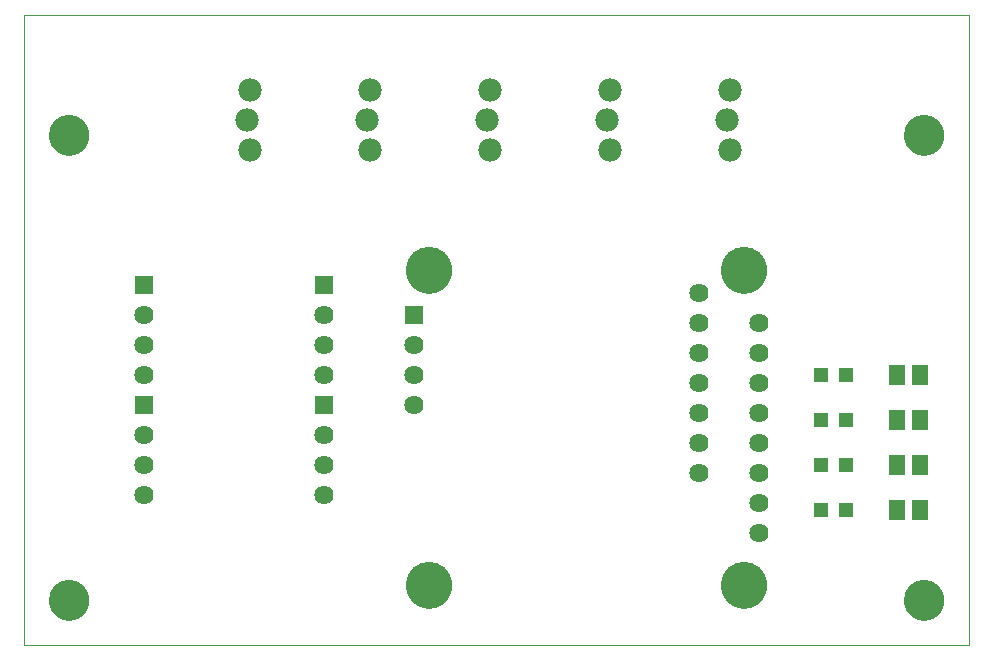
<source format=gts>
G75*
%MOIN*%
%OFA0B0*%
%FSLAX25Y25*%
%IPPOS*%
%LPD*%
%AMOC8*
5,1,8,0,0,1.08239X$1,22.5*
%
%ADD10C,0.00000*%
%ADD11C,0.15400*%
%ADD12R,0.06400X0.06400*%
%ADD13C,0.06400*%
%ADD14R,0.05124X0.05124*%
%ADD15R,0.05518X0.06699*%
%ADD16C,0.07800*%
%ADD17C,0.13400*%
D10*
X0003333Y0040000D02*
X0003333Y0250000D01*
X0318333Y0250000D01*
X0318333Y0040000D01*
X0003333Y0040000D01*
X0011833Y0055000D02*
X0011835Y0055161D01*
X0011841Y0055321D01*
X0011851Y0055482D01*
X0011865Y0055642D01*
X0011883Y0055802D01*
X0011904Y0055961D01*
X0011930Y0056120D01*
X0011960Y0056278D01*
X0011993Y0056435D01*
X0012031Y0056592D01*
X0012072Y0056747D01*
X0012117Y0056901D01*
X0012166Y0057054D01*
X0012219Y0057206D01*
X0012275Y0057357D01*
X0012336Y0057506D01*
X0012399Y0057654D01*
X0012467Y0057800D01*
X0012538Y0057944D01*
X0012612Y0058086D01*
X0012690Y0058227D01*
X0012772Y0058365D01*
X0012857Y0058502D01*
X0012945Y0058636D01*
X0013037Y0058768D01*
X0013132Y0058898D01*
X0013230Y0059026D01*
X0013331Y0059151D01*
X0013435Y0059273D01*
X0013542Y0059393D01*
X0013652Y0059510D01*
X0013765Y0059625D01*
X0013881Y0059736D01*
X0014000Y0059845D01*
X0014121Y0059950D01*
X0014245Y0060053D01*
X0014371Y0060153D01*
X0014499Y0060249D01*
X0014630Y0060342D01*
X0014764Y0060432D01*
X0014899Y0060519D01*
X0015037Y0060602D01*
X0015176Y0060682D01*
X0015318Y0060758D01*
X0015461Y0060831D01*
X0015606Y0060900D01*
X0015753Y0060966D01*
X0015901Y0061028D01*
X0016051Y0061086D01*
X0016202Y0061141D01*
X0016355Y0061192D01*
X0016509Y0061239D01*
X0016664Y0061282D01*
X0016820Y0061321D01*
X0016976Y0061357D01*
X0017134Y0061388D01*
X0017292Y0061416D01*
X0017451Y0061440D01*
X0017611Y0061460D01*
X0017771Y0061476D01*
X0017931Y0061488D01*
X0018092Y0061496D01*
X0018253Y0061500D01*
X0018413Y0061500D01*
X0018574Y0061496D01*
X0018735Y0061488D01*
X0018895Y0061476D01*
X0019055Y0061460D01*
X0019215Y0061440D01*
X0019374Y0061416D01*
X0019532Y0061388D01*
X0019690Y0061357D01*
X0019846Y0061321D01*
X0020002Y0061282D01*
X0020157Y0061239D01*
X0020311Y0061192D01*
X0020464Y0061141D01*
X0020615Y0061086D01*
X0020765Y0061028D01*
X0020913Y0060966D01*
X0021060Y0060900D01*
X0021205Y0060831D01*
X0021348Y0060758D01*
X0021490Y0060682D01*
X0021629Y0060602D01*
X0021767Y0060519D01*
X0021902Y0060432D01*
X0022036Y0060342D01*
X0022167Y0060249D01*
X0022295Y0060153D01*
X0022421Y0060053D01*
X0022545Y0059950D01*
X0022666Y0059845D01*
X0022785Y0059736D01*
X0022901Y0059625D01*
X0023014Y0059510D01*
X0023124Y0059393D01*
X0023231Y0059273D01*
X0023335Y0059151D01*
X0023436Y0059026D01*
X0023534Y0058898D01*
X0023629Y0058768D01*
X0023721Y0058636D01*
X0023809Y0058502D01*
X0023894Y0058365D01*
X0023976Y0058227D01*
X0024054Y0058086D01*
X0024128Y0057944D01*
X0024199Y0057800D01*
X0024267Y0057654D01*
X0024330Y0057506D01*
X0024391Y0057357D01*
X0024447Y0057206D01*
X0024500Y0057054D01*
X0024549Y0056901D01*
X0024594Y0056747D01*
X0024635Y0056592D01*
X0024673Y0056435D01*
X0024706Y0056278D01*
X0024736Y0056120D01*
X0024762Y0055961D01*
X0024783Y0055802D01*
X0024801Y0055642D01*
X0024815Y0055482D01*
X0024825Y0055321D01*
X0024831Y0055161D01*
X0024833Y0055000D01*
X0024831Y0054839D01*
X0024825Y0054679D01*
X0024815Y0054518D01*
X0024801Y0054358D01*
X0024783Y0054198D01*
X0024762Y0054039D01*
X0024736Y0053880D01*
X0024706Y0053722D01*
X0024673Y0053565D01*
X0024635Y0053408D01*
X0024594Y0053253D01*
X0024549Y0053099D01*
X0024500Y0052946D01*
X0024447Y0052794D01*
X0024391Y0052643D01*
X0024330Y0052494D01*
X0024267Y0052346D01*
X0024199Y0052200D01*
X0024128Y0052056D01*
X0024054Y0051914D01*
X0023976Y0051773D01*
X0023894Y0051635D01*
X0023809Y0051498D01*
X0023721Y0051364D01*
X0023629Y0051232D01*
X0023534Y0051102D01*
X0023436Y0050974D01*
X0023335Y0050849D01*
X0023231Y0050727D01*
X0023124Y0050607D01*
X0023014Y0050490D01*
X0022901Y0050375D01*
X0022785Y0050264D01*
X0022666Y0050155D01*
X0022545Y0050050D01*
X0022421Y0049947D01*
X0022295Y0049847D01*
X0022167Y0049751D01*
X0022036Y0049658D01*
X0021902Y0049568D01*
X0021767Y0049481D01*
X0021629Y0049398D01*
X0021490Y0049318D01*
X0021348Y0049242D01*
X0021205Y0049169D01*
X0021060Y0049100D01*
X0020913Y0049034D01*
X0020765Y0048972D01*
X0020615Y0048914D01*
X0020464Y0048859D01*
X0020311Y0048808D01*
X0020157Y0048761D01*
X0020002Y0048718D01*
X0019846Y0048679D01*
X0019690Y0048643D01*
X0019532Y0048612D01*
X0019374Y0048584D01*
X0019215Y0048560D01*
X0019055Y0048540D01*
X0018895Y0048524D01*
X0018735Y0048512D01*
X0018574Y0048504D01*
X0018413Y0048500D01*
X0018253Y0048500D01*
X0018092Y0048504D01*
X0017931Y0048512D01*
X0017771Y0048524D01*
X0017611Y0048540D01*
X0017451Y0048560D01*
X0017292Y0048584D01*
X0017134Y0048612D01*
X0016976Y0048643D01*
X0016820Y0048679D01*
X0016664Y0048718D01*
X0016509Y0048761D01*
X0016355Y0048808D01*
X0016202Y0048859D01*
X0016051Y0048914D01*
X0015901Y0048972D01*
X0015753Y0049034D01*
X0015606Y0049100D01*
X0015461Y0049169D01*
X0015318Y0049242D01*
X0015176Y0049318D01*
X0015037Y0049398D01*
X0014899Y0049481D01*
X0014764Y0049568D01*
X0014630Y0049658D01*
X0014499Y0049751D01*
X0014371Y0049847D01*
X0014245Y0049947D01*
X0014121Y0050050D01*
X0014000Y0050155D01*
X0013881Y0050264D01*
X0013765Y0050375D01*
X0013652Y0050490D01*
X0013542Y0050607D01*
X0013435Y0050727D01*
X0013331Y0050849D01*
X0013230Y0050974D01*
X0013132Y0051102D01*
X0013037Y0051232D01*
X0012945Y0051364D01*
X0012857Y0051498D01*
X0012772Y0051635D01*
X0012690Y0051773D01*
X0012612Y0051914D01*
X0012538Y0052056D01*
X0012467Y0052200D01*
X0012399Y0052346D01*
X0012336Y0052494D01*
X0012275Y0052643D01*
X0012219Y0052794D01*
X0012166Y0052946D01*
X0012117Y0053099D01*
X0012072Y0053253D01*
X0012031Y0053408D01*
X0011993Y0053565D01*
X0011960Y0053722D01*
X0011930Y0053880D01*
X0011904Y0054039D01*
X0011883Y0054198D01*
X0011865Y0054358D01*
X0011851Y0054518D01*
X0011841Y0054679D01*
X0011835Y0054839D01*
X0011833Y0055000D01*
X0130833Y0060000D02*
X0130835Y0060184D01*
X0130842Y0060368D01*
X0130853Y0060552D01*
X0130869Y0060735D01*
X0130889Y0060918D01*
X0130914Y0061100D01*
X0130943Y0061282D01*
X0130977Y0061463D01*
X0131015Y0061643D01*
X0131058Y0061822D01*
X0131105Y0062000D01*
X0131156Y0062177D01*
X0131212Y0062353D01*
X0131271Y0062527D01*
X0131336Y0062699D01*
X0131404Y0062870D01*
X0131476Y0063039D01*
X0131553Y0063207D01*
X0131634Y0063372D01*
X0131719Y0063535D01*
X0131807Y0063697D01*
X0131900Y0063856D01*
X0131997Y0064012D01*
X0132097Y0064167D01*
X0132201Y0064319D01*
X0132309Y0064468D01*
X0132420Y0064614D01*
X0132535Y0064758D01*
X0132654Y0064899D01*
X0132776Y0065037D01*
X0132901Y0065172D01*
X0133030Y0065303D01*
X0133161Y0065432D01*
X0133296Y0065557D01*
X0133434Y0065679D01*
X0133575Y0065798D01*
X0133719Y0065913D01*
X0133865Y0066024D01*
X0134014Y0066132D01*
X0134166Y0066236D01*
X0134321Y0066336D01*
X0134477Y0066433D01*
X0134636Y0066526D01*
X0134798Y0066614D01*
X0134961Y0066699D01*
X0135126Y0066780D01*
X0135294Y0066857D01*
X0135463Y0066929D01*
X0135634Y0066997D01*
X0135806Y0067062D01*
X0135980Y0067121D01*
X0136156Y0067177D01*
X0136333Y0067228D01*
X0136511Y0067275D01*
X0136690Y0067318D01*
X0136870Y0067356D01*
X0137051Y0067390D01*
X0137233Y0067419D01*
X0137415Y0067444D01*
X0137598Y0067464D01*
X0137781Y0067480D01*
X0137965Y0067491D01*
X0138149Y0067498D01*
X0138333Y0067500D01*
X0138517Y0067498D01*
X0138701Y0067491D01*
X0138885Y0067480D01*
X0139068Y0067464D01*
X0139251Y0067444D01*
X0139433Y0067419D01*
X0139615Y0067390D01*
X0139796Y0067356D01*
X0139976Y0067318D01*
X0140155Y0067275D01*
X0140333Y0067228D01*
X0140510Y0067177D01*
X0140686Y0067121D01*
X0140860Y0067062D01*
X0141032Y0066997D01*
X0141203Y0066929D01*
X0141372Y0066857D01*
X0141540Y0066780D01*
X0141705Y0066699D01*
X0141868Y0066614D01*
X0142030Y0066526D01*
X0142189Y0066433D01*
X0142345Y0066336D01*
X0142500Y0066236D01*
X0142652Y0066132D01*
X0142801Y0066024D01*
X0142947Y0065913D01*
X0143091Y0065798D01*
X0143232Y0065679D01*
X0143370Y0065557D01*
X0143505Y0065432D01*
X0143636Y0065303D01*
X0143765Y0065172D01*
X0143890Y0065037D01*
X0144012Y0064899D01*
X0144131Y0064758D01*
X0144246Y0064614D01*
X0144357Y0064468D01*
X0144465Y0064319D01*
X0144569Y0064167D01*
X0144669Y0064012D01*
X0144766Y0063856D01*
X0144859Y0063697D01*
X0144947Y0063535D01*
X0145032Y0063372D01*
X0145113Y0063207D01*
X0145190Y0063039D01*
X0145262Y0062870D01*
X0145330Y0062699D01*
X0145395Y0062527D01*
X0145454Y0062353D01*
X0145510Y0062177D01*
X0145561Y0062000D01*
X0145608Y0061822D01*
X0145651Y0061643D01*
X0145689Y0061463D01*
X0145723Y0061282D01*
X0145752Y0061100D01*
X0145777Y0060918D01*
X0145797Y0060735D01*
X0145813Y0060552D01*
X0145824Y0060368D01*
X0145831Y0060184D01*
X0145833Y0060000D01*
X0145831Y0059816D01*
X0145824Y0059632D01*
X0145813Y0059448D01*
X0145797Y0059265D01*
X0145777Y0059082D01*
X0145752Y0058900D01*
X0145723Y0058718D01*
X0145689Y0058537D01*
X0145651Y0058357D01*
X0145608Y0058178D01*
X0145561Y0058000D01*
X0145510Y0057823D01*
X0145454Y0057647D01*
X0145395Y0057473D01*
X0145330Y0057301D01*
X0145262Y0057130D01*
X0145190Y0056961D01*
X0145113Y0056793D01*
X0145032Y0056628D01*
X0144947Y0056465D01*
X0144859Y0056303D01*
X0144766Y0056144D01*
X0144669Y0055988D01*
X0144569Y0055833D01*
X0144465Y0055681D01*
X0144357Y0055532D01*
X0144246Y0055386D01*
X0144131Y0055242D01*
X0144012Y0055101D01*
X0143890Y0054963D01*
X0143765Y0054828D01*
X0143636Y0054697D01*
X0143505Y0054568D01*
X0143370Y0054443D01*
X0143232Y0054321D01*
X0143091Y0054202D01*
X0142947Y0054087D01*
X0142801Y0053976D01*
X0142652Y0053868D01*
X0142500Y0053764D01*
X0142345Y0053664D01*
X0142189Y0053567D01*
X0142030Y0053474D01*
X0141868Y0053386D01*
X0141705Y0053301D01*
X0141540Y0053220D01*
X0141372Y0053143D01*
X0141203Y0053071D01*
X0141032Y0053003D01*
X0140860Y0052938D01*
X0140686Y0052879D01*
X0140510Y0052823D01*
X0140333Y0052772D01*
X0140155Y0052725D01*
X0139976Y0052682D01*
X0139796Y0052644D01*
X0139615Y0052610D01*
X0139433Y0052581D01*
X0139251Y0052556D01*
X0139068Y0052536D01*
X0138885Y0052520D01*
X0138701Y0052509D01*
X0138517Y0052502D01*
X0138333Y0052500D01*
X0138149Y0052502D01*
X0137965Y0052509D01*
X0137781Y0052520D01*
X0137598Y0052536D01*
X0137415Y0052556D01*
X0137233Y0052581D01*
X0137051Y0052610D01*
X0136870Y0052644D01*
X0136690Y0052682D01*
X0136511Y0052725D01*
X0136333Y0052772D01*
X0136156Y0052823D01*
X0135980Y0052879D01*
X0135806Y0052938D01*
X0135634Y0053003D01*
X0135463Y0053071D01*
X0135294Y0053143D01*
X0135126Y0053220D01*
X0134961Y0053301D01*
X0134798Y0053386D01*
X0134636Y0053474D01*
X0134477Y0053567D01*
X0134321Y0053664D01*
X0134166Y0053764D01*
X0134014Y0053868D01*
X0133865Y0053976D01*
X0133719Y0054087D01*
X0133575Y0054202D01*
X0133434Y0054321D01*
X0133296Y0054443D01*
X0133161Y0054568D01*
X0133030Y0054697D01*
X0132901Y0054828D01*
X0132776Y0054963D01*
X0132654Y0055101D01*
X0132535Y0055242D01*
X0132420Y0055386D01*
X0132309Y0055532D01*
X0132201Y0055681D01*
X0132097Y0055833D01*
X0131997Y0055988D01*
X0131900Y0056144D01*
X0131807Y0056303D01*
X0131719Y0056465D01*
X0131634Y0056628D01*
X0131553Y0056793D01*
X0131476Y0056961D01*
X0131404Y0057130D01*
X0131336Y0057301D01*
X0131271Y0057473D01*
X0131212Y0057647D01*
X0131156Y0057823D01*
X0131105Y0058000D01*
X0131058Y0058178D01*
X0131015Y0058357D01*
X0130977Y0058537D01*
X0130943Y0058718D01*
X0130914Y0058900D01*
X0130889Y0059082D01*
X0130869Y0059265D01*
X0130853Y0059448D01*
X0130842Y0059632D01*
X0130835Y0059816D01*
X0130833Y0060000D01*
X0235833Y0060000D02*
X0235835Y0060184D01*
X0235842Y0060368D01*
X0235853Y0060552D01*
X0235869Y0060735D01*
X0235889Y0060918D01*
X0235914Y0061100D01*
X0235943Y0061282D01*
X0235977Y0061463D01*
X0236015Y0061643D01*
X0236058Y0061822D01*
X0236105Y0062000D01*
X0236156Y0062177D01*
X0236212Y0062353D01*
X0236271Y0062527D01*
X0236336Y0062699D01*
X0236404Y0062870D01*
X0236476Y0063039D01*
X0236553Y0063207D01*
X0236634Y0063372D01*
X0236719Y0063535D01*
X0236807Y0063697D01*
X0236900Y0063856D01*
X0236997Y0064012D01*
X0237097Y0064167D01*
X0237201Y0064319D01*
X0237309Y0064468D01*
X0237420Y0064614D01*
X0237535Y0064758D01*
X0237654Y0064899D01*
X0237776Y0065037D01*
X0237901Y0065172D01*
X0238030Y0065303D01*
X0238161Y0065432D01*
X0238296Y0065557D01*
X0238434Y0065679D01*
X0238575Y0065798D01*
X0238719Y0065913D01*
X0238865Y0066024D01*
X0239014Y0066132D01*
X0239166Y0066236D01*
X0239321Y0066336D01*
X0239477Y0066433D01*
X0239636Y0066526D01*
X0239798Y0066614D01*
X0239961Y0066699D01*
X0240126Y0066780D01*
X0240294Y0066857D01*
X0240463Y0066929D01*
X0240634Y0066997D01*
X0240806Y0067062D01*
X0240980Y0067121D01*
X0241156Y0067177D01*
X0241333Y0067228D01*
X0241511Y0067275D01*
X0241690Y0067318D01*
X0241870Y0067356D01*
X0242051Y0067390D01*
X0242233Y0067419D01*
X0242415Y0067444D01*
X0242598Y0067464D01*
X0242781Y0067480D01*
X0242965Y0067491D01*
X0243149Y0067498D01*
X0243333Y0067500D01*
X0243517Y0067498D01*
X0243701Y0067491D01*
X0243885Y0067480D01*
X0244068Y0067464D01*
X0244251Y0067444D01*
X0244433Y0067419D01*
X0244615Y0067390D01*
X0244796Y0067356D01*
X0244976Y0067318D01*
X0245155Y0067275D01*
X0245333Y0067228D01*
X0245510Y0067177D01*
X0245686Y0067121D01*
X0245860Y0067062D01*
X0246032Y0066997D01*
X0246203Y0066929D01*
X0246372Y0066857D01*
X0246540Y0066780D01*
X0246705Y0066699D01*
X0246868Y0066614D01*
X0247030Y0066526D01*
X0247189Y0066433D01*
X0247345Y0066336D01*
X0247500Y0066236D01*
X0247652Y0066132D01*
X0247801Y0066024D01*
X0247947Y0065913D01*
X0248091Y0065798D01*
X0248232Y0065679D01*
X0248370Y0065557D01*
X0248505Y0065432D01*
X0248636Y0065303D01*
X0248765Y0065172D01*
X0248890Y0065037D01*
X0249012Y0064899D01*
X0249131Y0064758D01*
X0249246Y0064614D01*
X0249357Y0064468D01*
X0249465Y0064319D01*
X0249569Y0064167D01*
X0249669Y0064012D01*
X0249766Y0063856D01*
X0249859Y0063697D01*
X0249947Y0063535D01*
X0250032Y0063372D01*
X0250113Y0063207D01*
X0250190Y0063039D01*
X0250262Y0062870D01*
X0250330Y0062699D01*
X0250395Y0062527D01*
X0250454Y0062353D01*
X0250510Y0062177D01*
X0250561Y0062000D01*
X0250608Y0061822D01*
X0250651Y0061643D01*
X0250689Y0061463D01*
X0250723Y0061282D01*
X0250752Y0061100D01*
X0250777Y0060918D01*
X0250797Y0060735D01*
X0250813Y0060552D01*
X0250824Y0060368D01*
X0250831Y0060184D01*
X0250833Y0060000D01*
X0250831Y0059816D01*
X0250824Y0059632D01*
X0250813Y0059448D01*
X0250797Y0059265D01*
X0250777Y0059082D01*
X0250752Y0058900D01*
X0250723Y0058718D01*
X0250689Y0058537D01*
X0250651Y0058357D01*
X0250608Y0058178D01*
X0250561Y0058000D01*
X0250510Y0057823D01*
X0250454Y0057647D01*
X0250395Y0057473D01*
X0250330Y0057301D01*
X0250262Y0057130D01*
X0250190Y0056961D01*
X0250113Y0056793D01*
X0250032Y0056628D01*
X0249947Y0056465D01*
X0249859Y0056303D01*
X0249766Y0056144D01*
X0249669Y0055988D01*
X0249569Y0055833D01*
X0249465Y0055681D01*
X0249357Y0055532D01*
X0249246Y0055386D01*
X0249131Y0055242D01*
X0249012Y0055101D01*
X0248890Y0054963D01*
X0248765Y0054828D01*
X0248636Y0054697D01*
X0248505Y0054568D01*
X0248370Y0054443D01*
X0248232Y0054321D01*
X0248091Y0054202D01*
X0247947Y0054087D01*
X0247801Y0053976D01*
X0247652Y0053868D01*
X0247500Y0053764D01*
X0247345Y0053664D01*
X0247189Y0053567D01*
X0247030Y0053474D01*
X0246868Y0053386D01*
X0246705Y0053301D01*
X0246540Y0053220D01*
X0246372Y0053143D01*
X0246203Y0053071D01*
X0246032Y0053003D01*
X0245860Y0052938D01*
X0245686Y0052879D01*
X0245510Y0052823D01*
X0245333Y0052772D01*
X0245155Y0052725D01*
X0244976Y0052682D01*
X0244796Y0052644D01*
X0244615Y0052610D01*
X0244433Y0052581D01*
X0244251Y0052556D01*
X0244068Y0052536D01*
X0243885Y0052520D01*
X0243701Y0052509D01*
X0243517Y0052502D01*
X0243333Y0052500D01*
X0243149Y0052502D01*
X0242965Y0052509D01*
X0242781Y0052520D01*
X0242598Y0052536D01*
X0242415Y0052556D01*
X0242233Y0052581D01*
X0242051Y0052610D01*
X0241870Y0052644D01*
X0241690Y0052682D01*
X0241511Y0052725D01*
X0241333Y0052772D01*
X0241156Y0052823D01*
X0240980Y0052879D01*
X0240806Y0052938D01*
X0240634Y0053003D01*
X0240463Y0053071D01*
X0240294Y0053143D01*
X0240126Y0053220D01*
X0239961Y0053301D01*
X0239798Y0053386D01*
X0239636Y0053474D01*
X0239477Y0053567D01*
X0239321Y0053664D01*
X0239166Y0053764D01*
X0239014Y0053868D01*
X0238865Y0053976D01*
X0238719Y0054087D01*
X0238575Y0054202D01*
X0238434Y0054321D01*
X0238296Y0054443D01*
X0238161Y0054568D01*
X0238030Y0054697D01*
X0237901Y0054828D01*
X0237776Y0054963D01*
X0237654Y0055101D01*
X0237535Y0055242D01*
X0237420Y0055386D01*
X0237309Y0055532D01*
X0237201Y0055681D01*
X0237097Y0055833D01*
X0236997Y0055988D01*
X0236900Y0056144D01*
X0236807Y0056303D01*
X0236719Y0056465D01*
X0236634Y0056628D01*
X0236553Y0056793D01*
X0236476Y0056961D01*
X0236404Y0057130D01*
X0236336Y0057301D01*
X0236271Y0057473D01*
X0236212Y0057647D01*
X0236156Y0057823D01*
X0236105Y0058000D01*
X0236058Y0058178D01*
X0236015Y0058357D01*
X0235977Y0058537D01*
X0235943Y0058718D01*
X0235914Y0058900D01*
X0235889Y0059082D01*
X0235869Y0059265D01*
X0235853Y0059448D01*
X0235842Y0059632D01*
X0235835Y0059816D01*
X0235833Y0060000D01*
X0296833Y0055000D02*
X0296835Y0055161D01*
X0296841Y0055321D01*
X0296851Y0055482D01*
X0296865Y0055642D01*
X0296883Y0055802D01*
X0296904Y0055961D01*
X0296930Y0056120D01*
X0296960Y0056278D01*
X0296993Y0056435D01*
X0297031Y0056592D01*
X0297072Y0056747D01*
X0297117Y0056901D01*
X0297166Y0057054D01*
X0297219Y0057206D01*
X0297275Y0057357D01*
X0297336Y0057506D01*
X0297399Y0057654D01*
X0297467Y0057800D01*
X0297538Y0057944D01*
X0297612Y0058086D01*
X0297690Y0058227D01*
X0297772Y0058365D01*
X0297857Y0058502D01*
X0297945Y0058636D01*
X0298037Y0058768D01*
X0298132Y0058898D01*
X0298230Y0059026D01*
X0298331Y0059151D01*
X0298435Y0059273D01*
X0298542Y0059393D01*
X0298652Y0059510D01*
X0298765Y0059625D01*
X0298881Y0059736D01*
X0299000Y0059845D01*
X0299121Y0059950D01*
X0299245Y0060053D01*
X0299371Y0060153D01*
X0299499Y0060249D01*
X0299630Y0060342D01*
X0299764Y0060432D01*
X0299899Y0060519D01*
X0300037Y0060602D01*
X0300176Y0060682D01*
X0300318Y0060758D01*
X0300461Y0060831D01*
X0300606Y0060900D01*
X0300753Y0060966D01*
X0300901Y0061028D01*
X0301051Y0061086D01*
X0301202Y0061141D01*
X0301355Y0061192D01*
X0301509Y0061239D01*
X0301664Y0061282D01*
X0301820Y0061321D01*
X0301976Y0061357D01*
X0302134Y0061388D01*
X0302292Y0061416D01*
X0302451Y0061440D01*
X0302611Y0061460D01*
X0302771Y0061476D01*
X0302931Y0061488D01*
X0303092Y0061496D01*
X0303253Y0061500D01*
X0303413Y0061500D01*
X0303574Y0061496D01*
X0303735Y0061488D01*
X0303895Y0061476D01*
X0304055Y0061460D01*
X0304215Y0061440D01*
X0304374Y0061416D01*
X0304532Y0061388D01*
X0304690Y0061357D01*
X0304846Y0061321D01*
X0305002Y0061282D01*
X0305157Y0061239D01*
X0305311Y0061192D01*
X0305464Y0061141D01*
X0305615Y0061086D01*
X0305765Y0061028D01*
X0305913Y0060966D01*
X0306060Y0060900D01*
X0306205Y0060831D01*
X0306348Y0060758D01*
X0306490Y0060682D01*
X0306629Y0060602D01*
X0306767Y0060519D01*
X0306902Y0060432D01*
X0307036Y0060342D01*
X0307167Y0060249D01*
X0307295Y0060153D01*
X0307421Y0060053D01*
X0307545Y0059950D01*
X0307666Y0059845D01*
X0307785Y0059736D01*
X0307901Y0059625D01*
X0308014Y0059510D01*
X0308124Y0059393D01*
X0308231Y0059273D01*
X0308335Y0059151D01*
X0308436Y0059026D01*
X0308534Y0058898D01*
X0308629Y0058768D01*
X0308721Y0058636D01*
X0308809Y0058502D01*
X0308894Y0058365D01*
X0308976Y0058227D01*
X0309054Y0058086D01*
X0309128Y0057944D01*
X0309199Y0057800D01*
X0309267Y0057654D01*
X0309330Y0057506D01*
X0309391Y0057357D01*
X0309447Y0057206D01*
X0309500Y0057054D01*
X0309549Y0056901D01*
X0309594Y0056747D01*
X0309635Y0056592D01*
X0309673Y0056435D01*
X0309706Y0056278D01*
X0309736Y0056120D01*
X0309762Y0055961D01*
X0309783Y0055802D01*
X0309801Y0055642D01*
X0309815Y0055482D01*
X0309825Y0055321D01*
X0309831Y0055161D01*
X0309833Y0055000D01*
X0309831Y0054839D01*
X0309825Y0054679D01*
X0309815Y0054518D01*
X0309801Y0054358D01*
X0309783Y0054198D01*
X0309762Y0054039D01*
X0309736Y0053880D01*
X0309706Y0053722D01*
X0309673Y0053565D01*
X0309635Y0053408D01*
X0309594Y0053253D01*
X0309549Y0053099D01*
X0309500Y0052946D01*
X0309447Y0052794D01*
X0309391Y0052643D01*
X0309330Y0052494D01*
X0309267Y0052346D01*
X0309199Y0052200D01*
X0309128Y0052056D01*
X0309054Y0051914D01*
X0308976Y0051773D01*
X0308894Y0051635D01*
X0308809Y0051498D01*
X0308721Y0051364D01*
X0308629Y0051232D01*
X0308534Y0051102D01*
X0308436Y0050974D01*
X0308335Y0050849D01*
X0308231Y0050727D01*
X0308124Y0050607D01*
X0308014Y0050490D01*
X0307901Y0050375D01*
X0307785Y0050264D01*
X0307666Y0050155D01*
X0307545Y0050050D01*
X0307421Y0049947D01*
X0307295Y0049847D01*
X0307167Y0049751D01*
X0307036Y0049658D01*
X0306902Y0049568D01*
X0306767Y0049481D01*
X0306629Y0049398D01*
X0306490Y0049318D01*
X0306348Y0049242D01*
X0306205Y0049169D01*
X0306060Y0049100D01*
X0305913Y0049034D01*
X0305765Y0048972D01*
X0305615Y0048914D01*
X0305464Y0048859D01*
X0305311Y0048808D01*
X0305157Y0048761D01*
X0305002Y0048718D01*
X0304846Y0048679D01*
X0304690Y0048643D01*
X0304532Y0048612D01*
X0304374Y0048584D01*
X0304215Y0048560D01*
X0304055Y0048540D01*
X0303895Y0048524D01*
X0303735Y0048512D01*
X0303574Y0048504D01*
X0303413Y0048500D01*
X0303253Y0048500D01*
X0303092Y0048504D01*
X0302931Y0048512D01*
X0302771Y0048524D01*
X0302611Y0048540D01*
X0302451Y0048560D01*
X0302292Y0048584D01*
X0302134Y0048612D01*
X0301976Y0048643D01*
X0301820Y0048679D01*
X0301664Y0048718D01*
X0301509Y0048761D01*
X0301355Y0048808D01*
X0301202Y0048859D01*
X0301051Y0048914D01*
X0300901Y0048972D01*
X0300753Y0049034D01*
X0300606Y0049100D01*
X0300461Y0049169D01*
X0300318Y0049242D01*
X0300176Y0049318D01*
X0300037Y0049398D01*
X0299899Y0049481D01*
X0299764Y0049568D01*
X0299630Y0049658D01*
X0299499Y0049751D01*
X0299371Y0049847D01*
X0299245Y0049947D01*
X0299121Y0050050D01*
X0299000Y0050155D01*
X0298881Y0050264D01*
X0298765Y0050375D01*
X0298652Y0050490D01*
X0298542Y0050607D01*
X0298435Y0050727D01*
X0298331Y0050849D01*
X0298230Y0050974D01*
X0298132Y0051102D01*
X0298037Y0051232D01*
X0297945Y0051364D01*
X0297857Y0051498D01*
X0297772Y0051635D01*
X0297690Y0051773D01*
X0297612Y0051914D01*
X0297538Y0052056D01*
X0297467Y0052200D01*
X0297399Y0052346D01*
X0297336Y0052494D01*
X0297275Y0052643D01*
X0297219Y0052794D01*
X0297166Y0052946D01*
X0297117Y0053099D01*
X0297072Y0053253D01*
X0297031Y0053408D01*
X0296993Y0053565D01*
X0296960Y0053722D01*
X0296930Y0053880D01*
X0296904Y0054039D01*
X0296883Y0054198D01*
X0296865Y0054358D01*
X0296851Y0054518D01*
X0296841Y0054679D01*
X0296835Y0054839D01*
X0296833Y0055000D01*
X0235833Y0165000D02*
X0235835Y0165184D01*
X0235842Y0165368D01*
X0235853Y0165552D01*
X0235869Y0165735D01*
X0235889Y0165918D01*
X0235914Y0166100D01*
X0235943Y0166282D01*
X0235977Y0166463D01*
X0236015Y0166643D01*
X0236058Y0166822D01*
X0236105Y0167000D01*
X0236156Y0167177D01*
X0236212Y0167353D01*
X0236271Y0167527D01*
X0236336Y0167699D01*
X0236404Y0167870D01*
X0236476Y0168039D01*
X0236553Y0168207D01*
X0236634Y0168372D01*
X0236719Y0168535D01*
X0236807Y0168697D01*
X0236900Y0168856D01*
X0236997Y0169012D01*
X0237097Y0169167D01*
X0237201Y0169319D01*
X0237309Y0169468D01*
X0237420Y0169614D01*
X0237535Y0169758D01*
X0237654Y0169899D01*
X0237776Y0170037D01*
X0237901Y0170172D01*
X0238030Y0170303D01*
X0238161Y0170432D01*
X0238296Y0170557D01*
X0238434Y0170679D01*
X0238575Y0170798D01*
X0238719Y0170913D01*
X0238865Y0171024D01*
X0239014Y0171132D01*
X0239166Y0171236D01*
X0239321Y0171336D01*
X0239477Y0171433D01*
X0239636Y0171526D01*
X0239798Y0171614D01*
X0239961Y0171699D01*
X0240126Y0171780D01*
X0240294Y0171857D01*
X0240463Y0171929D01*
X0240634Y0171997D01*
X0240806Y0172062D01*
X0240980Y0172121D01*
X0241156Y0172177D01*
X0241333Y0172228D01*
X0241511Y0172275D01*
X0241690Y0172318D01*
X0241870Y0172356D01*
X0242051Y0172390D01*
X0242233Y0172419D01*
X0242415Y0172444D01*
X0242598Y0172464D01*
X0242781Y0172480D01*
X0242965Y0172491D01*
X0243149Y0172498D01*
X0243333Y0172500D01*
X0243517Y0172498D01*
X0243701Y0172491D01*
X0243885Y0172480D01*
X0244068Y0172464D01*
X0244251Y0172444D01*
X0244433Y0172419D01*
X0244615Y0172390D01*
X0244796Y0172356D01*
X0244976Y0172318D01*
X0245155Y0172275D01*
X0245333Y0172228D01*
X0245510Y0172177D01*
X0245686Y0172121D01*
X0245860Y0172062D01*
X0246032Y0171997D01*
X0246203Y0171929D01*
X0246372Y0171857D01*
X0246540Y0171780D01*
X0246705Y0171699D01*
X0246868Y0171614D01*
X0247030Y0171526D01*
X0247189Y0171433D01*
X0247345Y0171336D01*
X0247500Y0171236D01*
X0247652Y0171132D01*
X0247801Y0171024D01*
X0247947Y0170913D01*
X0248091Y0170798D01*
X0248232Y0170679D01*
X0248370Y0170557D01*
X0248505Y0170432D01*
X0248636Y0170303D01*
X0248765Y0170172D01*
X0248890Y0170037D01*
X0249012Y0169899D01*
X0249131Y0169758D01*
X0249246Y0169614D01*
X0249357Y0169468D01*
X0249465Y0169319D01*
X0249569Y0169167D01*
X0249669Y0169012D01*
X0249766Y0168856D01*
X0249859Y0168697D01*
X0249947Y0168535D01*
X0250032Y0168372D01*
X0250113Y0168207D01*
X0250190Y0168039D01*
X0250262Y0167870D01*
X0250330Y0167699D01*
X0250395Y0167527D01*
X0250454Y0167353D01*
X0250510Y0167177D01*
X0250561Y0167000D01*
X0250608Y0166822D01*
X0250651Y0166643D01*
X0250689Y0166463D01*
X0250723Y0166282D01*
X0250752Y0166100D01*
X0250777Y0165918D01*
X0250797Y0165735D01*
X0250813Y0165552D01*
X0250824Y0165368D01*
X0250831Y0165184D01*
X0250833Y0165000D01*
X0250831Y0164816D01*
X0250824Y0164632D01*
X0250813Y0164448D01*
X0250797Y0164265D01*
X0250777Y0164082D01*
X0250752Y0163900D01*
X0250723Y0163718D01*
X0250689Y0163537D01*
X0250651Y0163357D01*
X0250608Y0163178D01*
X0250561Y0163000D01*
X0250510Y0162823D01*
X0250454Y0162647D01*
X0250395Y0162473D01*
X0250330Y0162301D01*
X0250262Y0162130D01*
X0250190Y0161961D01*
X0250113Y0161793D01*
X0250032Y0161628D01*
X0249947Y0161465D01*
X0249859Y0161303D01*
X0249766Y0161144D01*
X0249669Y0160988D01*
X0249569Y0160833D01*
X0249465Y0160681D01*
X0249357Y0160532D01*
X0249246Y0160386D01*
X0249131Y0160242D01*
X0249012Y0160101D01*
X0248890Y0159963D01*
X0248765Y0159828D01*
X0248636Y0159697D01*
X0248505Y0159568D01*
X0248370Y0159443D01*
X0248232Y0159321D01*
X0248091Y0159202D01*
X0247947Y0159087D01*
X0247801Y0158976D01*
X0247652Y0158868D01*
X0247500Y0158764D01*
X0247345Y0158664D01*
X0247189Y0158567D01*
X0247030Y0158474D01*
X0246868Y0158386D01*
X0246705Y0158301D01*
X0246540Y0158220D01*
X0246372Y0158143D01*
X0246203Y0158071D01*
X0246032Y0158003D01*
X0245860Y0157938D01*
X0245686Y0157879D01*
X0245510Y0157823D01*
X0245333Y0157772D01*
X0245155Y0157725D01*
X0244976Y0157682D01*
X0244796Y0157644D01*
X0244615Y0157610D01*
X0244433Y0157581D01*
X0244251Y0157556D01*
X0244068Y0157536D01*
X0243885Y0157520D01*
X0243701Y0157509D01*
X0243517Y0157502D01*
X0243333Y0157500D01*
X0243149Y0157502D01*
X0242965Y0157509D01*
X0242781Y0157520D01*
X0242598Y0157536D01*
X0242415Y0157556D01*
X0242233Y0157581D01*
X0242051Y0157610D01*
X0241870Y0157644D01*
X0241690Y0157682D01*
X0241511Y0157725D01*
X0241333Y0157772D01*
X0241156Y0157823D01*
X0240980Y0157879D01*
X0240806Y0157938D01*
X0240634Y0158003D01*
X0240463Y0158071D01*
X0240294Y0158143D01*
X0240126Y0158220D01*
X0239961Y0158301D01*
X0239798Y0158386D01*
X0239636Y0158474D01*
X0239477Y0158567D01*
X0239321Y0158664D01*
X0239166Y0158764D01*
X0239014Y0158868D01*
X0238865Y0158976D01*
X0238719Y0159087D01*
X0238575Y0159202D01*
X0238434Y0159321D01*
X0238296Y0159443D01*
X0238161Y0159568D01*
X0238030Y0159697D01*
X0237901Y0159828D01*
X0237776Y0159963D01*
X0237654Y0160101D01*
X0237535Y0160242D01*
X0237420Y0160386D01*
X0237309Y0160532D01*
X0237201Y0160681D01*
X0237097Y0160833D01*
X0236997Y0160988D01*
X0236900Y0161144D01*
X0236807Y0161303D01*
X0236719Y0161465D01*
X0236634Y0161628D01*
X0236553Y0161793D01*
X0236476Y0161961D01*
X0236404Y0162130D01*
X0236336Y0162301D01*
X0236271Y0162473D01*
X0236212Y0162647D01*
X0236156Y0162823D01*
X0236105Y0163000D01*
X0236058Y0163178D01*
X0236015Y0163357D01*
X0235977Y0163537D01*
X0235943Y0163718D01*
X0235914Y0163900D01*
X0235889Y0164082D01*
X0235869Y0164265D01*
X0235853Y0164448D01*
X0235842Y0164632D01*
X0235835Y0164816D01*
X0235833Y0165000D01*
X0296833Y0210000D02*
X0296835Y0210161D01*
X0296841Y0210321D01*
X0296851Y0210482D01*
X0296865Y0210642D01*
X0296883Y0210802D01*
X0296904Y0210961D01*
X0296930Y0211120D01*
X0296960Y0211278D01*
X0296993Y0211435D01*
X0297031Y0211592D01*
X0297072Y0211747D01*
X0297117Y0211901D01*
X0297166Y0212054D01*
X0297219Y0212206D01*
X0297275Y0212357D01*
X0297336Y0212506D01*
X0297399Y0212654D01*
X0297467Y0212800D01*
X0297538Y0212944D01*
X0297612Y0213086D01*
X0297690Y0213227D01*
X0297772Y0213365D01*
X0297857Y0213502D01*
X0297945Y0213636D01*
X0298037Y0213768D01*
X0298132Y0213898D01*
X0298230Y0214026D01*
X0298331Y0214151D01*
X0298435Y0214273D01*
X0298542Y0214393D01*
X0298652Y0214510D01*
X0298765Y0214625D01*
X0298881Y0214736D01*
X0299000Y0214845D01*
X0299121Y0214950D01*
X0299245Y0215053D01*
X0299371Y0215153D01*
X0299499Y0215249D01*
X0299630Y0215342D01*
X0299764Y0215432D01*
X0299899Y0215519D01*
X0300037Y0215602D01*
X0300176Y0215682D01*
X0300318Y0215758D01*
X0300461Y0215831D01*
X0300606Y0215900D01*
X0300753Y0215966D01*
X0300901Y0216028D01*
X0301051Y0216086D01*
X0301202Y0216141D01*
X0301355Y0216192D01*
X0301509Y0216239D01*
X0301664Y0216282D01*
X0301820Y0216321D01*
X0301976Y0216357D01*
X0302134Y0216388D01*
X0302292Y0216416D01*
X0302451Y0216440D01*
X0302611Y0216460D01*
X0302771Y0216476D01*
X0302931Y0216488D01*
X0303092Y0216496D01*
X0303253Y0216500D01*
X0303413Y0216500D01*
X0303574Y0216496D01*
X0303735Y0216488D01*
X0303895Y0216476D01*
X0304055Y0216460D01*
X0304215Y0216440D01*
X0304374Y0216416D01*
X0304532Y0216388D01*
X0304690Y0216357D01*
X0304846Y0216321D01*
X0305002Y0216282D01*
X0305157Y0216239D01*
X0305311Y0216192D01*
X0305464Y0216141D01*
X0305615Y0216086D01*
X0305765Y0216028D01*
X0305913Y0215966D01*
X0306060Y0215900D01*
X0306205Y0215831D01*
X0306348Y0215758D01*
X0306490Y0215682D01*
X0306629Y0215602D01*
X0306767Y0215519D01*
X0306902Y0215432D01*
X0307036Y0215342D01*
X0307167Y0215249D01*
X0307295Y0215153D01*
X0307421Y0215053D01*
X0307545Y0214950D01*
X0307666Y0214845D01*
X0307785Y0214736D01*
X0307901Y0214625D01*
X0308014Y0214510D01*
X0308124Y0214393D01*
X0308231Y0214273D01*
X0308335Y0214151D01*
X0308436Y0214026D01*
X0308534Y0213898D01*
X0308629Y0213768D01*
X0308721Y0213636D01*
X0308809Y0213502D01*
X0308894Y0213365D01*
X0308976Y0213227D01*
X0309054Y0213086D01*
X0309128Y0212944D01*
X0309199Y0212800D01*
X0309267Y0212654D01*
X0309330Y0212506D01*
X0309391Y0212357D01*
X0309447Y0212206D01*
X0309500Y0212054D01*
X0309549Y0211901D01*
X0309594Y0211747D01*
X0309635Y0211592D01*
X0309673Y0211435D01*
X0309706Y0211278D01*
X0309736Y0211120D01*
X0309762Y0210961D01*
X0309783Y0210802D01*
X0309801Y0210642D01*
X0309815Y0210482D01*
X0309825Y0210321D01*
X0309831Y0210161D01*
X0309833Y0210000D01*
X0309831Y0209839D01*
X0309825Y0209679D01*
X0309815Y0209518D01*
X0309801Y0209358D01*
X0309783Y0209198D01*
X0309762Y0209039D01*
X0309736Y0208880D01*
X0309706Y0208722D01*
X0309673Y0208565D01*
X0309635Y0208408D01*
X0309594Y0208253D01*
X0309549Y0208099D01*
X0309500Y0207946D01*
X0309447Y0207794D01*
X0309391Y0207643D01*
X0309330Y0207494D01*
X0309267Y0207346D01*
X0309199Y0207200D01*
X0309128Y0207056D01*
X0309054Y0206914D01*
X0308976Y0206773D01*
X0308894Y0206635D01*
X0308809Y0206498D01*
X0308721Y0206364D01*
X0308629Y0206232D01*
X0308534Y0206102D01*
X0308436Y0205974D01*
X0308335Y0205849D01*
X0308231Y0205727D01*
X0308124Y0205607D01*
X0308014Y0205490D01*
X0307901Y0205375D01*
X0307785Y0205264D01*
X0307666Y0205155D01*
X0307545Y0205050D01*
X0307421Y0204947D01*
X0307295Y0204847D01*
X0307167Y0204751D01*
X0307036Y0204658D01*
X0306902Y0204568D01*
X0306767Y0204481D01*
X0306629Y0204398D01*
X0306490Y0204318D01*
X0306348Y0204242D01*
X0306205Y0204169D01*
X0306060Y0204100D01*
X0305913Y0204034D01*
X0305765Y0203972D01*
X0305615Y0203914D01*
X0305464Y0203859D01*
X0305311Y0203808D01*
X0305157Y0203761D01*
X0305002Y0203718D01*
X0304846Y0203679D01*
X0304690Y0203643D01*
X0304532Y0203612D01*
X0304374Y0203584D01*
X0304215Y0203560D01*
X0304055Y0203540D01*
X0303895Y0203524D01*
X0303735Y0203512D01*
X0303574Y0203504D01*
X0303413Y0203500D01*
X0303253Y0203500D01*
X0303092Y0203504D01*
X0302931Y0203512D01*
X0302771Y0203524D01*
X0302611Y0203540D01*
X0302451Y0203560D01*
X0302292Y0203584D01*
X0302134Y0203612D01*
X0301976Y0203643D01*
X0301820Y0203679D01*
X0301664Y0203718D01*
X0301509Y0203761D01*
X0301355Y0203808D01*
X0301202Y0203859D01*
X0301051Y0203914D01*
X0300901Y0203972D01*
X0300753Y0204034D01*
X0300606Y0204100D01*
X0300461Y0204169D01*
X0300318Y0204242D01*
X0300176Y0204318D01*
X0300037Y0204398D01*
X0299899Y0204481D01*
X0299764Y0204568D01*
X0299630Y0204658D01*
X0299499Y0204751D01*
X0299371Y0204847D01*
X0299245Y0204947D01*
X0299121Y0205050D01*
X0299000Y0205155D01*
X0298881Y0205264D01*
X0298765Y0205375D01*
X0298652Y0205490D01*
X0298542Y0205607D01*
X0298435Y0205727D01*
X0298331Y0205849D01*
X0298230Y0205974D01*
X0298132Y0206102D01*
X0298037Y0206232D01*
X0297945Y0206364D01*
X0297857Y0206498D01*
X0297772Y0206635D01*
X0297690Y0206773D01*
X0297612Y0206914D01*
X0297538Y0207056D01*
X0297467Y0207200D01*
X0297399Y0207346D01*
X0297336Y0207494D01*
X0297275Y0207643D01*
X0297219Y0207794D01*
X0297166Y0207946D01*
X0297117Y0208099D01*
X0297072Y0208253D01*
X0297031Y0208408D01*
X0296993Y0208565D01*
X0296960Y0208722D01*
X0296930Y0208880D01*
X0296904Y0209039D01*
X0296883Y0209198D01*
X0296865Y0209358D01*
X0296851Y0209518D01*
X0296841Y0209679D01*
X0296835Y0209839D01*
X0296833Y0210000D01*
X0130833Y0165000D02*
X0130835Y0165184D01*
X0130842Y0165368D01*
X0130853Y0165552D01*
X0130869Y0165735D01*
X0130889Y0165918D01*
X0130914Y0166100D01*
X0130943Y0166282D01*
X0130977Y0166463D01*
X0131015Y0166643D01*
X0131058Y0166822D01*
X0131105Y0167000D01*
X0131156Y0167177D01*
X0131212Y0167353D01*
X0131271Y0167527D01*
X0131336Y0167699D01*
X0131404Y0167870D01*
X0131476Y0168039D01*
X0131553Y0168207D01*
X0131634Y0168372D01*
X0131719Y0168535D01*
X0131807Y0168697D01*
X0131900Y0168856D01*
X0131997Y0169012D01*
X0132097Y0169167D01*
X0132201Y0169319D01*
X0132309Y0169468D01*
X0132420Y0169614D01*
X0132535Y0169758D01*
X0132654Y0169899D01*
X0132776Y0170037D01*
X0132901Y0170172D01*
X0133030Y0170303D01*
X0133161Y0170432D01*
X0133296Y0170557D01*
X0133434Y0170679D01*
X0133575Y0170798D01*
X0133719Y0170913D01*
X0133865Y0171024D01*
X0134014Y0171132D01*
X0134166Y0171236D01*
X0134321Y0171336D01*
X0134477Y0171433D01*
X0134636Y0171526D01*
X0134798Y0171614D01*
X0134961Y0171699D01*
X0135126Y0171780D01*
X0135294Y0171857D01*
X0135463Y0171929D01*
X0135634Y0171997D01*
X0135806Y0172062D01*
X0135980Y0172121D01*
X0136156Y0172177D01*
X0136333Y0172228D01*
X0136511Y0172275D01*
X0136690Y0172318D01*
X0136870Y0172356D01*
X0137051Y0172390D01*
X0137233Y0172419D01*
X0137415Y0172444D01*
X0137598Y0172464D01*
X0137781Y0172480D01*
X0137965Y0172491D01*
X0138149Y0172498D01*
X0138333Y0172500D01*
X0138517Y0172498D01*
X0138701Y0172491D01*
X0138885Y0172480D01*
X0139068Y0172464D01*
X0139251Y0172444D01*
X0139433Y0172419D01*
X0139615Y0172390D01*
X0139796Y0172356D01*
X0139976Y0172318D01*
X0140155Y0172275D01*
X0140333Y0172228D01*
X0140510Y0172177D01*
X0140686Y0172121D01*
X0140860Y0172062D01*
X0141032Y0171997D01*
X0141203Y0171929D01*
X0141372Y0171857D01*
X0141540Y0171780D01*
X0141705Y0171699D01*
X0141868Y0171614D01*
X0142030Y0171526D01*
X0142189Y0171433D01*
X0142345Y0171336D01*
X0142500Y0171236D01*
X0142652Y0171132D01*
X0142801Y0171024D01*
X0142947Y0170913D01*
X0143091Y0170798D01*
X0143232Y0170679D01*
X0143370Y0170557D01*
X0143505Y0170432D01*
X0143636Y0170303D01*
X0143765Y0170172D01*
X0143890Y0170037D01*
X0144012Y0169899D01*
X0144131Y0169758D01*
X0144246Y0169614D01*
X0144357Y0169468D01*
X0144465Y0169319D01*
X0144569Y0169167D01*
X0144669Y0169012D01*
X0144766Y0168856D01*
X0144859Y0168697D01*
X0144947Y0168535D01*
X0145032Y0168372D01*
X0145113Y0168207D01*
X0145190Y0168039D01*
X0145262Y0167870D01*
X0145330Y0167699D01*
X0145395Y0167527D01*
X0145454Y0167353D01*
X0145510Y0167177D01*
X0145561Y0167000D01*
X0145608Y0166822D01*
X0145651Y0166643D01*
X0145689Y0166463D01*
X0145723Y0166282D01*
X0145752Y0166100D01*
X0145777Y0165918D01*
X0145797Y0165735D01*
X0145813Y0165552D01*
X0145824Y0165368D01*
X0145831Y0165184D01*
X0145833Y0165000D01*
X0145831Y0164816D01*
X0145824Y0164632D01*
X0145813Y0164448D01*
X0145797Y0164265D01*
X0145777Y0164082D01*
X0145752Y0163900D01*
X0145723Y0163718D01*
X0145689Y0163537D01*
X0145651Y0163357D01*
X0145608Y0163178D01*
X0145561Y0163000D01*
X0145510Y0162823D01*
X0145454Y0162647D01*
X0145395Y0162473D01*
X0145330Y0162301D01*
X0145262Y0162130D01*
X0145190Y0161961D01*
X0145113Y0161793D01*
X0145032Y0161628D01*
X0144947Y0161465D01*
X0144859Y0161303D01*
X0144766Y0161144D01*
X0144669Y0160988D01*
X0144569Y0160833D01*
X0144465Y0160681D01*
X0144357Y0160532D01*
X0144246Y0160386D01*
X0144131Y0160242D01*
X0144012Y0160101D01*
X0143890Y0159963D01*
X0143765Y0159828D01*
X0143636Y0159697D01*
X0143505Y0159568D01*
X0143370Y0159443D01*
X0143232Y0159321D01*
X0143091Y0159202D01*
X0142947Y0159087D01*
X0142801Y0158976D01*
X0142652Y0158868D01*
X0142500Y0158764D01*
X0142345Y0158664D01*
X0142189Y0158567D01*
X0142030Y0158474D01*
X0141868Y0158386D01*
X0141705Y0158301D01*
X0141540Y0158220D01*
X0141372Y0158143D01*
X0141203Y0158071D01*
X0141032Y0158003D01*
X0140860Y0157938D01*
X0140686Y0157879D01*
X0140510Y0157823D01*
X0140333Y0157772D01*
X0140155Y0157725D01*
X0139976Y0157682D01*
X0139796Y0157644D01*
X0139615Y0157610D01*
X0139433Y0157581D01*
X0139251Y0157556D01*
X0139068Y0157536D01*
X0138885Y0157520D01*
X0138701Y0157509D01*
X0138517Y0157502D01*
X0138333Y0157500D01*
X0138149Y0157502D01*
X0137965Y0157509D01*
X0137781Y0157520D01*
X0137598Y0157536D01*
X0137415Y0157556D01*
X0137233Y0157581D01*
X0137051Y0157610D01*
X0136870Y0157644D01*
X0136690Y0157682D01*
X0136511Y0157725D01*
X0136333Y0157772D01*
X0136156Y0157823D01*
X0135980Y0157879D01*
X0135806Y0157938D01*
X0135634Y0158003D01*
X0135463Y0158071D01*
X0135294Y0158143D01*
X0135126Y0158220D01*
X0134961Y0158301D01*
X0134798Y0158386D01*
X0134636Y0158474D01*
X0134477Y0158567D01*
X0134321Y0158664D01*
X0134166Y0158764D01*
X0134014Y0158868D01*
X0133865Y0158976D01*
X0133719Y0159087D01*
X0133575Y0159202D01*
X0133434Y0159321D01*
X0133296Y0159443D01*
X0133161Y0159568D01*
X0133030Y0159697D01*
X0132901Y0159828D01*
X0132776Y0159963D01*
X0132654Y0160101D01*
X0132535Y0160242D01*
X0132420Y0160386D01*
X0132309Y0160532D01*
X0132201Y0160681D01*
X0132097Y0160833D01*
X0131997Y0160988D01*
X0131900Y0161144D01*
X0131807Y0161303D01*
X0131719Y0161465D01*
X0131634Y0161628D01*
X0131553Y0161793D01*
X0131476Y0161961D01*
X0131404Y0162130D01*
X0131336Y0162301D01*
X0131271Y0162473D01*
X0131212Y0162647D01*
X0131156Y0162823D01*
X0131105Y0163000D01*
X0131058Y0163178D01*
X0131015Y0163357D01*
X0130977Y0163537D01*
X0130943Y0163718D01*
X0130914Y0163900D01*
X0130889Y0164082D01*
X0130869Y0164265D01*
X0130853Y0164448D01*
X0130842Y0164632D01*
X0130835Y0164816D01*
X0130833Y0165000D01*
X0011833Y0210000D02*
X0011835Y0210161D01*
X0011841Y0210321D01*
X0011851Y0210482D01*
X0011865Y0210642D01*
X0011883Y0210802D01*
X0011904Y0210961D01*
X0011930Y0211120D01*
X0011960Y0211278D01*
X0011993Y0211435D01*
X0012031Y0211592D01*
X0012072Y0211747D01*
X0012117Y0211901D01*
X0012166Y0212054D01*
X0012219Y0212206D01*
X0012275Y0212357D01*
X0012336Y0212506D01*
X0012399Y0212654D01*
X0012467Y0212800D01*
X0012538Y0212944D01*
X0012612Y0213086D01*
X0012690Y0213227D01*
X0012772Y0213365D01*
X0012857Y0213502D01*
X0012945Y0213636D01*
X0013037Y0213768D01*
X0013132Y0213898D01*
X0013230Y0214026D01*
X0013331Y0214151D01*
X0013435Y0214273D01*
X0013542Y0214393D01*
X0013652Y0214510D01*
X0013765Y0214625D01*
X0013881Y0214736D01*
X0014000Y0214845D01*
X0014121Y0214950D01*
X0014245Y0215053D01*
X0014371Y0215153D01*
X0014499Y0215249D01*
X0014630Y0215342D01*
X0014764Y0215432D01*
X0014899Y0215519D01*
X0015037Y0215602D01*
X0015176Y0215682D01*
X0015318Y0215758D01*
X0015461Y0215831D01*
X0015606Y0215900D01*
X0015753Y0215966D01*
X0015901Y0216028D01*
X0016051Y0216086D01*
X0016202Y0216141D01*
X0016355Y0216192D01*
X0016509Y0216239D01*
X0016664Y0216282D01*
X0016820Y0216321D01*
X0016976Y0216357D01*
X0017134Y0216388D01*
X0017292Y0216416D01*
X0017451Y0216440D01*
X0017611Y0216460D01*
X0017771Y0216476D01*
X0017931Y0216488D01*
X0018092Y0216496D01*
X0018253Y0216500D01*
X0018413Y0216500D01*
X0018574Y0216496D01*
X0018735Y0216488D01*
X0018895Y0216476D01*
X0019055Y0216460D01*
X0019215Y0216440D01*
X0019374Y0216416D01*
X0019532Y0216388D01*
X0019690Y0216357D01*
X0019846Y0216321D01*
X0020002Y0216282D01*
X0020157Y0216239D01*
X0020311Y0216192D01*
X0020464Y0216141D01*
X0020615Y0216086D01*
X0020765Y0216028D01*
X0020913Y0215966D01*
X0021060Y0215900D01*
X0021205Y0215831D01*
X0021348Y0215758D01*
X0021490Y0215682D01*
X0021629Y0215602D01*
X0021767Y0215519D01*
X0021902Y0215432D01*
X0022036Y0215342D01*
X0022167Y0215249D01*
X0022295Y0215153D01*
X0022421Y0215053D01*
X0022545Y0214950D01*
X0022666Y0214845D01*
X0022785Y0214736D01*
X0022901Y0214625D01*
X0023014Y0214510D01*
X0023124Y0214393D01*
X0023231Y0214273D01*
X0023335Y0214151D01*
X0023436Y0214026D01*
X0023534Y0213898D01*
X0023629Y0213768D01*
X0023721Y0213636D01*
X0023809Y0213502D01*
X0023894Y0213365D01*
X0023976Y0213227D01*
X0024054Y0213086D01*
X0024128Y0212944D01*
X0024199Y0212800D01*
X0024267Y0212654D01*
X0024330Y0212506D01*
X0024391Y0212357D01*
X0024447Y0212206D01*
X0024500Y0212054D01*
X0024549Y0211901D01*
X0024594Y0211747D01*
X0024635Y0211592D01*
X0024673Y0211435D01*
X0024706Y0211278D01*
X0024736Y0211120D01*
X0024762Y0210961D01*
X0024783Y0210802D01*
X0024801Y0210642D01*
X0024815Y0210482D01*
X0024825Y0210321D01*
X0024831Y0210161D01*
X0024833Y0210000D01*
X0024831Y0209839D01*
X0024825Y0209679D01*
X0024815Y0209518D01*
X0024801Y0209358D01*
X0024783Y0209198D01*
X0024762Y0209039D01*
X0024736Y0208880D01*
X0024706Y0208722D01*
X0024673Y0208565D01*
X0024635Y0208408D01*
X0024594Y0208253D01*
X0024549Y0208099D01*
X0024500Y0207946D01*
X0024447Y0207794D01*
X0024391Y0207643D01*
X0024330Y0207494D01*
X0024267Y0207346D01*
X0024199Y0207200D01*
X0024128Y0207056D01*
X0024054Y0206914D01*
X0023976Y0206773D01*
X0023894Y0206635D01*
X0023809Y0206498D01*
X0023721Y0206364D01*
X0023629Y0206232D01*
X0023534Y0206102D01*
X0023436Y0205974D01*
X0023335Y0205849D01*
X0023231Y0205727D01*
X0023124Y0205607D01*
X0023014Y0205490D01*
X0022901Y0205375D01*
X0022785Y0205264D01*
X0022666Y0205155D01*
X0022545Y0205050D01*
X0022421Y0204947D01*
X0022295Y0204847D01*
X0022167Y0204751D01*
X0022036Y0204658D01*
X0021902Y0204568D01*
X0021767Y0204481D01*
X0021629Y0204398D01*
X0021490Y0204318D01*
X0021348Y0204242D01*
X0021205Y0204169D01*
X0021060Y0204100D01*
X0020913Y0204034D01*
X0020765Y0203972D01*
X0020615Y0203914D01*
X0020464Y0203859D01*
X0020311Y0203808D01*
X0020157Y0203761D01*
X0020002Y0203718D01*
X0019846Y0203679D01*
X0019690Y0203643D01*
X0019532Y0203612D01*
X0019374Y0203584D01*
X0019215Y0203560D01*
X0019055Y0203540D01*
X0018895Y0203524D01*
X0018735Y0203512D01*
X0018574Y0203504D01*
X0018413Y0203500D01*
X0018253Y0203500D01*
X0018092Y0203504D01*
X0017931Y0203512D01*
X0017771Y0203524D01*
X0017611Y0203540D01*
X0017451Y0203560D01*
X0017292Y0203584D01*
X0017134Y0203612D01*
X0016976Y0203643D01*
X0016820Y0203679D01*
X0016664Y0203718D01*
X0016509Y0203761D01*
X0016355Y0203808D01*
X0016202Y0203859D01*
X0016051Y0203914D01*
X0015901Y0203972D01*
X0015753Y0204034D01*
X0015606Y0204100D01*
X0015461Y0204169D01*
X0015318Y0204242D01*
X0015176Y0204318D01*
X0015037Y0204398D01*
X0014899Y0204481D01*
X0014764Y0204568D01*
X0014630Y0204658D01*
X0014499Y0204751D01*
X0014371Y0204847D01*
X0014245Y0204947D01*
X0014121Y0205050D01*
X0014000Y0205155D01*
X0013881Y0205264D01*
X0013765Y0205375D01*
X0013652Y0205490D01*
X0013542Y0205607D01*
X0013435Y0205727D01*
X0013331Y0205849D01*
X0013230Y0205974D01*
X0013132Y0206102D01*
X0013037Y0206232D01*
X0012945Y0206364D01*
X0012857Y0206498D01*
X0012772Y0206635D01*
X0012690Y0206773D01*
X0012612Y0206914D01*
X0012538Y0207056D01*
X0012467Y0207200D01*
X0012399Y0207346D01*
X0012336Y0207494D01*
X0012275Y0207643D01*
X0012219Y0207794D01*
X0012166Y0207946D01*
X0012117Y0208099D01*
X0012072Y0208253D01*
X0012031Y0208408D01*
X0011993Y0208565D01*
X0011960Y0208722D01*
X0011930Y0208880D01*
X0011904Y0209039D01*
X0011883Y0209198D01*
X0011865Y0209358D01*
X0011851Y0209518D01*
X0011841Y0209679D01*
X0011835Y0209839D01*
X0011833Y0210000D01*
D11*
X0138333Y0165000D03*
X0243333Y0165000D03*
X0243333Y0060000D03*
X0138333Y0060000D03*
D12*
X0103333Y0120000D03*
X0133333Y0150000D03*
X0103333Y0160000D03*
X0043333Y0160000D03*
X0043333Y0120000D03*
D13*
X0043333Y0110000D03*
X0043333Y0100000D03*
X0043333Y0090000D03*
X0043333Y0130000D03*
X0043333Y0140000D03*
X0043333Y0150000D03*
X0103333Y0150000D03*
X0103333Y0140000D03*
X0103333Y0130000D03*
X0103333Y0110000D03*
X0103333Y0100000D03*
X0103333Y0090000D03*
X0133333Y0120000D03*
X0133333Y0130000D03*
X0133333Y0140000D03*
X0228333Y0137500D03*
X0228333Y0127500D03*
X0228333Y0117500D03*
X0228333Y0107500D03*
X0228333Y0097500D03*
X0248333Y0097500D03*
X0248333Y0087500D03*
X0248333Y0077500D03*
X0248333Y0107500D03*
X0248333Y0117500D03*
X0248333Y0127500D03*
X0248333Y0137500D03*
X0248333Y0147500D03*
X0228333Y0147500D03*
X0228333Y0157500D03*
D14*
X0269199Y0130000D03*
X0277467Y0130000D03*
X0277467Y0115000D03*
X0269199Y0115000D03*
X0269199Y0100000D03*
X0277467Y0100000D03*
X0277467Y0085000D03*
X0269199Y0085000D03*
D15*
X0294593Y0085000D03*
X0302073Y0085000D03*
X0302073Y0100000D03*
X0294593Y0100000D03*
X0294593Y0115000D03*
X0302073Y0115000D03*
X0302073Y0130000D03*
X0294593Y0130000D03*
D16*
X0238833Y0205000D03*
X0237833Y0215000D03*
X0238833Y0225000D03*
X0198833Y0225000D03*
X0197833Y0215000D03*
X0198833Y0205000D03*
X0158833Y0205000D03*
X0157833Y0215000D03*
X0158833Y0225000D03*
X0118833Y0225000D03*
X0117833Y0215000D03*
X0118833Y0205000D03*
X0078833Y0205000D03*
X0077833Y0215000D03*
X0078833Y0225000D03*
D17*
X0018333Y0210000D03*
X0018333Y0055000D03*
X0303333Y0055000D03*
X0303333Y0210000D03*
M02*

</source>
